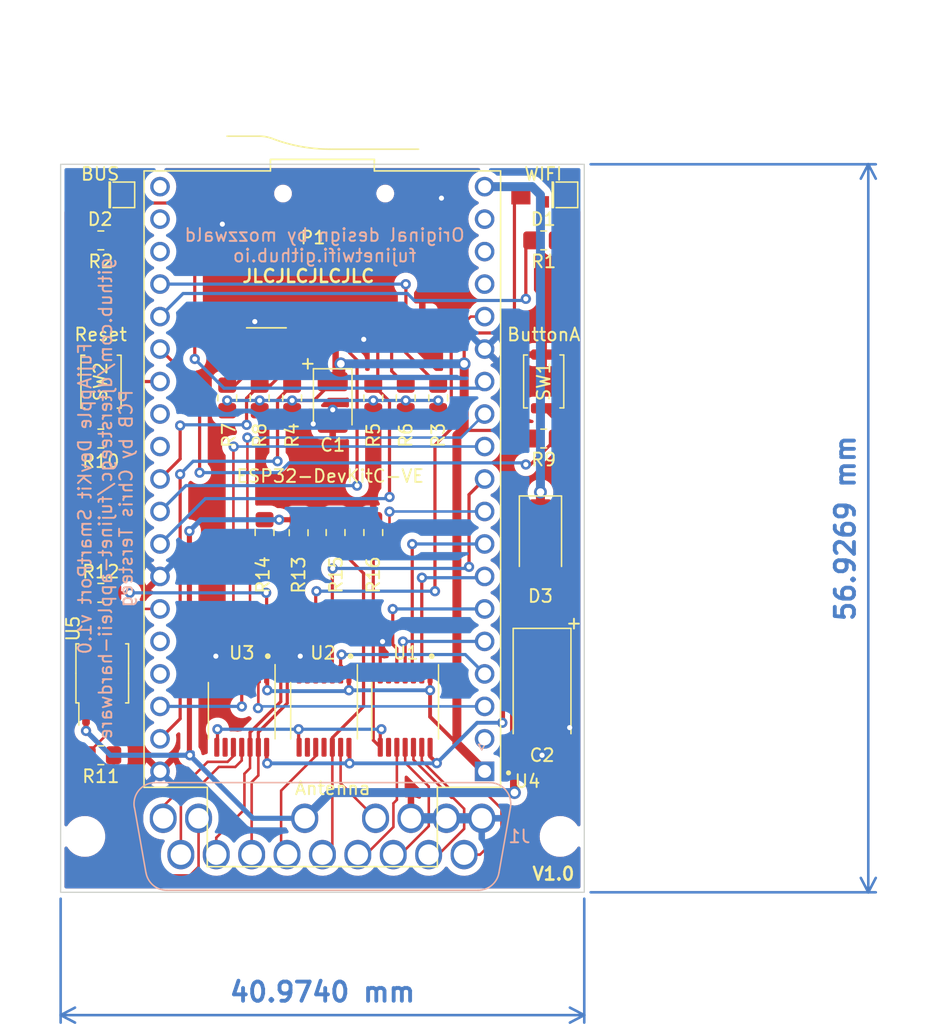
<source format=kicad_pcb>
(kicad_pcb (version 20221018) (generator pcbnew)
  (title_block (title "FujiApple DevKit SmartPort ") (date "2024-01-03") (rev "1.0") (company "Chris Tersteeg"))
  (layers (0 "F.Cu" signal) (31 "B.Cu" signal) (34 "B.Paste" user) (35 "F.Paste" user) (36 "B.SilkS" user "B.Silkscreen") (37 "F.SilkS" user "F.Silkscreen") (38 "B.Mask" user) (39 "F.Mask" user) (44 "Edge.Cuts" user))
  (net 0 "")
  (net 1 "Net-(D1-K)")
  (net 2 "GND")
  (net 3 "Net-(D2-K)")
  (net 4 "Net-(P1-DAT2)")
  (net 5 "+5V")
  (net 6 "/IO5{slash}SPI_CS")
  (net 7 "/IO23{slash}SPI_MOSI")
  (net 8 "/IO12{slash}BUS_LED")
  (net 9 "/IO18{slash}SPI_CLK")
  (net 10 "/IO19{slash}SPI_MISO")
  (net 11 "+3.3V")
  (net 12 "Net-(P1-DAT1)")
  (net 13 "/A2_EN3.5")
  (net 14 "/DRIVE2")
  (net 15 "/A2_WPROT")
  (net 16 "/A2_PH0")
  (net 17 "/IO0")
  (net 18 "/A2_PH1")
  (net 19 "/A2_PH2")
  (net 20 "/A2_PH3")
  (net 21 "/A2_WREQ")
  (net 23 "/A2_HDSEL")
  (net 25 "/A2_DRIVE1")
  (net 33 "/A2_RD_DATA")
  (net 34 "/A2_WR_DATA")
  (net 35 "/IO15{slash}CD")
  (net 36 "/IO2{slash}WIFI_LED")
  (net 37 "/IO4{slash}SAFE_RESET")
  (net 38 "/IO21{slash}DRV2")
  (net 39 "/IO25{slash}BUF_EN")
  (net 40 "/IO32{slash}PH0{slash}REQ")
  (net 41 "/IO33{slash}PH1")
  (net 42 "/IO34{slash}PH2")
  (net 43 "/IO35{slash}PH3")
  (net 52 "/IO39{slash}EN3.5")
  (net 55 "/IO26{slash}WREQ")
  (net 56 "/IO13{slash}HDSEL")
  (net 57 "/IO36{slash}DRIVE1")
  (net 58 "/IO14{slash}RDDATA")
  (net 59 "/IO22{slash}WRDATA")
  (net 60 "/IO27{slash}WRPROT{slash}ACK")
  (net 61 "Net-(R11-Pad2)")
  (net 62 "/A2_5V")
  (footprint "Resistor_SMD:R_0805_2012Metric_Pad1.20x1.40mm_HandSolder" (layer "F.Cu") (at 137.43 109.22)
    (fp_text reference "R12")
    (fp_text value "10K")
  )
  (footprint "Diode_SMD:D_SMA" (layer "F.Cu") (at 171.831 105.156 -90)
    (fp_text reference "D3")
    (fp_text value "B140-E3")
  )
  (footprint "Capacitor_Tantalum_SMD:CP_EIA-3528-15_AVX-H_Pad1.50x2.35mm_HandSolder" (layer "F.Cu") (at 155.575 94.335 -90)
    (fp_text reference "C1")
    (fp_text value "47uF 10v")
  )
  (footprint "Resistor_SMD:R_0805_2012Metric_Pad1.20x1.40mm_HandSolder" (layer "F.Cu") (at 152.4 93.98 -90)
    (fp_text reference "R4")
    (fp_text value "10K")
  )
  (footprint "Resistor_SMD:R_0805_2012Metric_Pad1.20x1.40mm_HandSolder" (layer "F.Cu") (at 137.43 81.661 180)
    (fp_text reference "R2")
    (fp_text value "1.2K")
  )
  (footprint "Package_SO:TSSOP-14_4.4x5mm_P0.65mm" (layer "F.Cu") (at 148.455001 118.435001 -90)
    (fp_text reference "U3")
    (fp_text value "LSF0204DPWR")
  )
  (footprint "Resistor_SMD:R_0805_2012Metric_Pad1.20x1.40mm_HandSolder" (layer "F.Cu") (at 137.43 121.92 180)
    (fp_text reference "R11")
    (fp_text value "270R")
  )
  (footprint "Package_SO:TSSOP-14_4.4x5mm_P0.65mm" (layer "F.Cu") (at 154.895001 118.435001 -90)
    (fp_text reference "U2")
    (fp_text value "LSF0204DPWR")
  )
  (footprint "Resistor_SMD:R_0805_2012Metric_Pad1.20x1.40mm_HandSolder" (layer "F.Cu") (at 147.32 93.98 -90)
    (fp_text reference "R7")
    (fp_text value "10K")
  )
  (footprint "Resistor_SMD:R_0805_2012Metric_Pad1.20x1.40mm_HandSolder" (layer "F.Cu") (at 172.085 97.155 180)
    (fp_text reference "R9")
    (fp_text value "10K")
  )
  (footprint "Resistor_SMD:R_0805_2012Metric_Pad1.20x1.40mm_HandSolder" (layer "F.Cu") (at 158.75 93.98 -90)
    (fp_text reference "R5")
    (fp_text value "10K")
  )
  (footprint "Resistor_SMD:R_0805_2012Metric_Pad1.20x1.40mm_HandSolder" (layer "F.Cu") (at 137.43 97.155)
    (fp_text reference "R10")
    (fp_text value "10K")
  )
  (footprint "Resistor_SMD:R_0805_2012Metric_Pad1.20x1.40mm_HandSolder" (layer "F.Cu") (at 155.8 104.505 90)
    (fp_text reference "R15")
    (fp_text value "1K")
  )
  (footprint "Resistor_SMD:R_0805_2012Metric_Pad1.20x1.40mm_HandSolder" (layer "F.Cu") (at 149.86 93.98 -90)
    (fp_text reference "R8")
    (fp_text value "10K")
  )
  (footprint "ESP32-DEVKITC-32U:MODULE_ESP32-DEVKITC-32U" (layer "F.Cu") (at 154.7622 100.33 180)
    (fp_text reference "U4")
    (fp_text value "ESP32-DevKitC-VE")
  )
  (footprint "Package_SO:TSSOP-14_4.4x5mm_P0.65mm" (layer "F.Cu") (at 161.245001 118.435001 -90)
    (fp_text reference "U1")
    (fp_text value "LSF0204DPWR")
  )
  (footprint "Resistor_SMD:R_0805_2012Metric_Pad1.20x1.40mm_HandSolder" (layer "F.Cu") (at 158.75 104.505 90)
    (fp_text reference "R16")
    (fp_text value "10K")
  )
  (footprint "Capacitor_Tantalum_SMD:CP_EIA-7343-30_AVX-N_Pad2.25x2.55mm_HandSolder" (layer "F.Cu") (at 171.958 116.586 -90)
    (fp_text reference "C2")
    (fp_text value "47uF 10v")
  )
  (footprint "Resistor_SMD:R_0805_2012Metric_Pad1.20x1.40mm_HandSolder" (layer "F.Cu") (at 152.908 104.521 90)
    (fp_text reference "R13")
    (fp_text value "1K")
  )
  (footprint "Button_Switch_SMD:SW_Push_SPST_NO_Alps_SKRK" (layer "F.Cu") (at 137.4454 92.71 90)
    (fp_text reference "SW2")
    (fp_text value "Reset")
  )
  (footprint "Resistor_SMD:R_0805_2012Metric_Pad1.20x1.40mm_HandSolder" (layer "F.Cu") (at 161.29 93.98 -90)
    (fp_text reference "R6")
    (fp_text value "10K")
  )
  (footprint "Resistor_SMD:R_0805_2012Metric_Pad1.20x1.40mm_HandSolder" (layer "F.Cu") (at 172.085 81.661 180)
    (fp_text reference "R1")
    (fp_text value "1K")
  )
  (footprint "Resistor_SMD:R_0805_2012Metric_Pad1.20x1.40mm_HandSolder" (layer "F.Cu") (at 163.83 93.98 -90)
    (fp_text reference "R3")
    (fp_text value "10K")
  )
  (footprint "Button_Switch_SMD:SW_Push_SPST_NO_Alps_SKRK" (layer "F.Cu") (at 172.085 92.6906 90)
    (fp_text reference "SW1")
    (fp_text value "ButtonA")
  )
  (footprint "Package_SO:SO-4_4.4x3.9mm_P2.54mm" (layer "F.Cu") (at 137.541 115.518 90)
    (fp_text reference "U5")
    (fp_text value "SFH690AT")
  )
  (footprint "Tersteeg:1204 Side Emitting LED" (layer "F.Cu") (at 172.05 78.1)
    (fp_text reference "D1")
    (fp_text value "WIFI")
  )
  (footprint "ST-TF-003A:SUNTECH_ST-TF-003A" (layer "F.Cu") (at 156.0068 83.17 180)
    (fp_text reference "P1")
    (fp_text value "ST-TF-003A")
  )
  (footprint "Resistor_SMD:R_0805_2012Metric_Pad1.20x1.40mm_HandSolder" (layer "F.Cu") (at 150.241 104.505 90)
    (fp_text reference "R14")
    (fp_text value "1K")
  )
  (footprint "Tersteeg:1204 Side Emitting LED" (layer "F.Cu") (at 137.379 78.1)
    (fp_text reference "D2")
    (fp_text value "BUS")
  )
  (footprint "Tersteeg:DSUB-19_Male_Vertical_P2.77x2.84mm_Narrow_MountingHoles_Full_Pins" (layer "B.Cu") (at 167.238 126.85 180)
    (fp_text reference "J1")
    (fp_text value "DB19_Plug")
  )
  (gr_circle (center 163.322 114.173) (end 163.472 114.173) (stroke (width 0.15)) (fill solid) (layer "F.SilkS"))
  (gr_circle (center 156.972 114.173) (end 157.122 114.173) (stroke (width 0.15)) (fill solid) (layer "F.SilkS"))
  (gr_circle (center 150.495 114.173) (end 150.645 114.173) (stroke (width 0.15)) (fill solid) (layer "F.SilkS"))
  (gr_rect (start 134.286 75.7102) (end 175.26 132.6371) (stroke (width 0.1)) (fill none) (layer "Edge.Cuts"))
  (gr_text "FujiApple DevKit SmartPort v1.0\ngithub.com/djtersteegc/fujinet-appleii-hardware\nPCB by Chris Tersteeg" (at 137.795 101.854 90) (layer "B.SilkS") (effects (font (size 1 1)) (justify mirror)))
  (gr_text "Original design by mozzwald\nfujinetwifi.github.io" (at 154.94 83.439) (layer "B.SilkS") (effects (font (size 1 1)) (justify bottom mirror)))
  (gr_text "+" (at 152.908 91.821) (layer "F.SilkS") (effects (font (size 1 1)) (justify left bottom)))
  (gr_text "JLCJLCJLCJLC" (at 153.67 84.455) (layer "F.SilkS") (effects (font (size 1 1) (thickness 0.2))))
  (gr_text "+" (at 173.736 112.141) (layer "F.SilkS") (effects (font (size 1 1)) (justify left bottom)))
  (gr_text "Antenna" (at 152.527 125.095) (layer "F.SilkS") (effects (font (size 1 1)) (justify left bottom)))
  (gr_text "V1.0" (at 172.847 131.191) (layer "F.SilkS") (effects (font (size 1 1) (thickness 0.2))))
  (dimension (type aligned) (layer "B.Cu") (pts (xy 175.26 75.7102) (xy 175.26 132.6371)) (height -22.225) (gr_text "56.9269 mm" (at 195.685 104.17365 90) (layer "B.Cu") (effects (font (size 1.5 1.5) (thickness 0.3)))) (format (prefix "") (suffix "") (units 3) (units_format 1) (precision 4)) (style (thickness 0.2) (arrow_length 1.27) (text_position_mode 0) (extension_height 0.58642) (extension_offset 0.5) keep_text_aligned))
  (dimension (type aligned) (layer "B.Cu") (pts (xy 134.286 132.6371) (xy 175.26 132.6371)) (height 9.6029) (gr_text "40.9740 mm" (at 154.773 140.44) (layer "B.Cu") (effects (font (size 1.5 1.5) (thickness 0.3)))) (format (prefix "") (suffix "") (units 3) (units_format 1) (precision 4)) (style (thickness 0.2) (arrow_length 1.27) (text_position_mode 0) (extension_height 0.58642) (extension_offset 0.5) keep_text_aligned))
  (segment (start 173.085 81.661) (end 173.835 80.911) (width 0.25) (layer "F.Cu") (net 1))
  (segment (start 173.835 80.911) (end 173.835 78.135) (width 0.25) (layer "F.Cu") (net 1))
  (segment (start 159.295002 113.209498) (end 159.4745 113.03) (width 0.25) (layer "F.Cu") (net 2))
  (segment (start 152.945002 114.262998) (end 153.035 114.173) (width 0.25) (layer "F.Cu") (net 2))
  (segment (start 155.575 94.904) (end 155.575 95.96) (width 0.5) (layer "F.Cu") (net 2))
  (segment (start 146.505002 115.585002) (end 146.505002 114.247002) (width 0.25) (layer "F.Cu") (net 2))
  (segment (start 152.945002 115.585002) (end 152.945002 114.262998) (width 0.25) (layer "F.Cu") (net 2))
  (segment (start 146.505002 114.247002) (end 146.431 114.173) (width 0.25) (layer "F.Cu") (net 2))
  (segment (start 159.295002 115.585002) (end 159.295002 113.209498) (width 0.25) (layer "F.Cu") (net 2))
  (segment (start 154.051 96.012) (end 155.523 96.012) (width 0.5) (layer "F.Cu") (net 2))
  (segment (start 158.003 89.4) (end 158.003 88.7162) (width 0.5) (layer "F.Cu") (net 2))
  (via (at 153.035 114.173) (size 0.8) (drill 0.4) (layers "F.Cu" "B.Cu") (net 2))
  (via (at 164.084 78.359) (size 0.8) (drill 0.4) (layers "F.Cu" "B.Cu") (net 2))
  (via (at 159.4745 113.03) (size 0.8) (drill 0.4) (layers "F.Cu" "B.Cu") (net 2))
  (via (at 158.003 89.4) (size 0.8) (drill 0.4) (layers "F.Cu" "B.Cu") (net 2))
  (via (at 171.958 121.92) (size 0.8) (drill 0.4) (layers "F.Cu" "B.Cu") (net 2))
  (via (at 174.117 119.761) (size 0.8) (drill 0.4) (layers "F.Cu" "B.Cu") (net 2))
  (via (at 146.431 114.173) (size 0.8) (drill 0.4) (layers "F.Cu" "B.Cu") (net 2))
  (via (at 149.479 88.011) (size 0.8) (drill 0.4) (layers "F.Cu" "B.Cu") (net 2))
  (via (at 146.939 80.391) (size 0.8) (drill 0.4) (layers "F.Cu" "B.Cu") (net 2))
  (via (at 154.051 96.012) (size 0.8) (drill 0.4) (layers "F.Cu" "B.Cu") (net 2))
  (via (at 155.575 94.904) (size 0.8) (drill 0.4) (layers "F.Cu" "B.Cu") (net 2))
  (segment (start 161.698 126.85) (end 167.238 126.85) (width 0.8) (layer "B.Cu") (net 2))
  (segment (start 139.164 80.927) (end 139.164 77.731502) (width 0.25) (layer "F.Cu") (net 3))
  (segment (start 138.43 81.661) (end 139.164 80.927) (width 0.25) (layer "F.Cu") (net 3))
  (segment (start 147.32 92.98) (end 147.939 92.98) (width 0.25) (layer "F.Cu") (net 4))
  (segment (start 152.219 88.7) (end 152.4868 88.7) (width 0.25) (layer "F.Cu") (net 4))
  (segment (start 147.939 92.98) (end 152.219 88.7) (width 0.25) (layer "F.Cu") (net 4))
  (segment (start 168.91 115.14434) (end 169.799 114.25534) (width 0.3) (layer "F.Cu") (net 5))
  (segment (start 171.831 101.346) (end 171.831 103.156) (width 0.7) (layer "F.Cu") (net 5))
  (segment (start 156.894501 122.555) (end 156.894501 121.334499) (width 0.3) (layer "F.Cu") (net 5))
  (segment (start 150.405002 122.505501) (end 150.454501 122.555) (width 0.3) (layer "F.Cu") (net 5))
  (segment (start 150.405002 121.285) (end 150.405002 122.505501) (width 0.3) (layer "F.Cu") (net 5))
  (segment (start 168.8495 119.38) (end 168.91 119.3195) (width 0.3) (layer "F.Cu") (net 5))
  (segment (start 163.195002 122.012884) (end 163.195002 121.285) (width 0.3) (layer "F.Cu") (net 5))
  (segment (start 163.720059 122.537941) (end 163.195002 122.012884) (width 0.3) (layer "F.Cu") (net 5))
  (segment (start 169.799 114.25534) (end 169.799 105.188) (width 0.3) (layer "F.Cu") (net 5))
  (segment (start 168.91 119.3195) (end 168.91 115.14434) (width 0.3) (layer "F.Cu") (net 5))
  (segment (start 169.799 105.188) (end 171.831 103.156) (width 0.3) (layer "F.Cu") (net 5))
  (via (at 163.720059 122.537941) (size 0.8) (drill 0.4) (layers "F.Cu" "B.Cu") (net 5))
  (via (at 171.831 101.346) (size 1) (drill 0.6) (layers "F.Cu" "B.Cu") (net 5))
  (via (at 150.454501 122.555) (size 0.8) (drill 0.4) (layers "F.Cu" "B.Cu") (net 5))
  (via (at 156.894501 122.555) (size 0.8) (drill 0.4) (layers "F.Cu" "B.Cu") (net 5))
  (via (at 168.8495 119.38) (size 0.8) (drill 0.4) (layers "F.Cu" "B.Cu") (net 5))
  (segment (start 171.831 78.105) (end 171.831 100.076) (width 0.7) (layer "B.Cu") (net 5))
  (segment (start 167.4622 77.46) (end 171.186 77.46) (width 0.7) (layer "B.Cu") (net 5))
  (segment (start 171.831 100.076) (end 171.831 101.346) (width 0.7) (layer "B.Cu") (net 5))
  (segment (start 150.454501 122.555) (end 156.894501 122.555) (width 0.3) (layer "B.Cu") (net 5))
  (segment (start 156.894501 122.555) (end 163.703 122.555) (width 0.3) (layer "B.Cu") (net 5))
  (segment (start 171.186 77.46) (end 171.831 78.105) (width 0.7) (layer "B.Cu") (net 5))
  (segment (start 166.878 119.38) (end 163.720059 122.537941) (width 0.3) (layer "B.Cu") (net 5))
  (segment (start 163.703 122.555) (end 163.720059 122.537941) (width 0.3) (layer "B.Cu") (net 5))
  (segment (start 168.8495 119.38) (end 166.878 119.38) (width 0.3) (layer "B.Cu") (net 5))
  (segment (start 148.835 94.005) (end 148.835 96.077105) (width 0.25) (layer "F.Cu") (net 6))
  (segment (start 143.637 96.139) (end 143.637 98.7452) (width 0.25) (layer "F.Cu") (net 6))
  (segment (start 143.637 98.7452) (end 142.0622 100.32) (width 0.25) (layer "F.Cu") (net 6))
  (segment (start 148.835 96.077105) (end 148.840655 96.08276) (width 0.25) (layer "F.Cu") (net 6))
  (segment (start 153.5868 90.1162) (end 153.5868 88.7) (width 0.25) (layer "F.Cu") (net 6))
  (segment (start 149.86 92.98) (end 148.835 94.005) (width 0.25) (layer "F.Cu") (net 6))
  (segment (start 150.723 92.98) (end 153.5868 90.1162) (width 0.25) (layer "F.Cu") (net 6))
  (segment (start 149.86 92.98) (end 150.723 92.98) (width 0.25) (layer "F.Cu") (net 6))
  (via (at 143.637 96.139) (size 0.8) (drill 0.4) (layers "F.Cu" "B.Cu") (net 6))
  (via (at 148.840655 96.08276) (size 0.8) (drill 0.4) (layers "F.Cu" "B.Cu") (net 6))
  (segment (start 148.840655 96.08276) (end 143.69324 96.08276) (width 0.25) (layer "B.Cu") (net 6))
  (segment (start 143.69324 96.08276) (end 143.637 96.139) (width 0.25) (layer "B.Cu") (net 6))
  (segment (start 154.6868 90.6932) (end 154.6868 88.7) (width 0.25) (layer "F.Cu") (net 7))
  (segment (start 152.4 92.98) (end 154.6868 90.6932) (width 0.25) (layer "F.Cu") (net 7))
  (segment (start 152.4 92.98) (end 151.257 94.123) (width 0.25) (layer "F.Cu") (net 7))
  (segment (start 143.637 99.949) (end 143.637 119.0652) (width 0.25) (layer "F.Cu") (net 7))
  (segment (start 143.637 119.0652) (end 142.0622 120.64) (width 0.25) (layer "F.Cu") (net 7))
  (segment (start 151.257 94.123) (end 151.257 98.933) (width 0.25) (layer "F.Cu") (net 7))
  (via (at 143.637 99.949) (size 0.8) (drill 0.4) (layers "F.Cu" "B.Cu") (net 7))
  (via (at 151.257 98.933) (size 0.8) (drill 0.4) (layers "F.Cu" "B.Cu") (net 7))
  (segment (start 151.257 98.933) (end 144.653 98.933) (width 0.25) (layer "B.Cu") (net 7))
  (segment (start 144.653 98.933) (end 143.637 99.949) (width 0.25) (layer "B.Cu") (net 7))
  (segment (start 140.081 76.581) (end 137.119302 76.581) (width 0.25) (layer "F.Cu") (net 8))
  (segment (start 137.119302 76.581) (end 135.664 78.036302) (width 0.25) (layer "F.Cu") (net 8))
  (segment (start 144.78 90.932) (end 144.78 79.883) (width 0.25) (layer "F.Cu") (net 8))
  (segment (start 143.637 78.74) (end 141.2875 78.74) (width 0.25) (layer "F.Cu") (net 8))
  (segment (start 140.589 77.089) (end 140.081 76.581) (width 0.25) (layer "F.Cu") (net 8))
  (segment (start 144.78 79.883) (end 143.637 78.74) (width 0.25) (layer "F.Cu") (net 8))
  (segment (start 140.589 78.0415) (end 140.589 77.089) (width 0.25) (layer "F.Cu") (net 8))
  (segment (start 141.2875 78.74) (end 140.589 78.0415) (width 0.25) (layer "F.Cu") (net 8))
  (via (at 144.78 90.932) (size 0.8) (drill 0.4) (layers "F.Cu" "B.Cu") (net 8))
  (segment (start 167.4622 92.7) (end 166.9442 93.218) (width 0.25) (layer "B.Cu") (net 8))
  (segment (start 166.9442 93.218) (end 147.066 93.218) (width 0.25) (layer "B.Cu") (net 8))
  (segment (start 147.066 93.218) (end 144.78 90.932) (width 0.25) (layer "B.Cu") (net 8))
  (segment (start 156.8868 90.4338) (end 157.48 91.027) (width 0.25) (layer "F.Cu") (net 9))
  (segment (start 157.48 91.027) (end 157.48 100.838) (width 0.25) (layer "F.Cu") (net 9))
  (segment (start 156.8868 88.7) (end 156.8868 90.4338) (width 0.25) (layer "F.Cu") (net 9))
  (via (at 157.48 100.838) (size 0.8) (drill 0.4) (layers "F.Cu" "B.Cu") (net 9))
  (segment (start 157.48 100.838) (end 144.0842 100.838) (width 0.25) (layer "B.Cu") (net 9))
  (segment (start 144.0842 100.838) (end 142.0622 102.86) (width 0.25) (layer "B.Cu") (net 9))
  (segment (start 160.02 101.727) (end 160.02 94.25) (width 0.25) (layer "F.Cu") (net 10))
  (segment (start 159.103 92.627) (end 159.103 88.7162) (width 0.25) (layer "F.Cu") (net 10))
  (segment (start 160.02 94.25) (end 158.75 92.98) (width 0.25) (layer "F.Cu") (net 10))
  (via (at 160.02 101.727) (size 0.8) (drill 0.4) (layers "F.Cu" "B.Cu") (net 10))
  (segment (start 159.893 101.854) (end 145.6082 101.854) (width 0.25) (layer "B.Cu") (net 10))
  (segment (start 160.02 101.727) (end 159.893 101.854) (width 0.25) (layer "B.Cu") (net 10))
  (segment (start 145.6082 101.854) (end 142.0622 105.4) (width 0.25) (layer "B.Cu") (net 10))
  (segment (start 156.21 92.075) (end 155.575 92.71) (width 0.7) (layer "F.Cu") (net 11))
  (segment (start 165.862 96.331594) (end 166.050406 96.52) (width 0.25) (layer "F.Cu") (net 11))
  (segment (start 165.862 91.313) (end 165.862 89.662) (width 0.25) (layer "F.Cu") (net 11))
  (segment (start 156.845 116.84) (end 156.845002 116.839998) (width 0.3) (layer "F.Cu") (net 11))
  (segment (start 170.45 96.52) (end 171.085 97.155) (width 0.25) (layer "F.Cu") (net 11))
  (segment (start 163.83 94.1795) (end 163.83 94.98) (width 0.25) (layer "F.Cu") (net 11))
  (segment (start 163.195 118.9128) (end 163.195 116.84) (width 0.3) (layer "F.Cu") (net 11))
  (segment (start 166.050406 96.52) (end 170.45 96.52) (width 0.25) (layer "F.Cu") (net 11))
  (segment (start 163.195002 116.839998) (end 163.195 116.84) (width 0.3) (layer "F.Cu") (net 11))
  (segment (start 154.1055 94.1795) (end 155.575 92.71) (width 0.25) (layer "F.Cu") (net 11))
  (segment (start 150.405002 109.257002) (end 150.405002 115.585002) (width 0.25) (layer "F.Cu") (net 11))
  (segment (start 167.4622 123.18) (end 165.293 121.0108) (width 0.7) (layer "F.Cu") (net 11))
  (segment (start 166.624 88.9) (end 168.529 88.9) (width 0.25) (layer "F.Cu") (net 11))
  (segment (start 150.368 109.22) (end 150.405002 109.257002) (width 0.25) (layer "F.Cu") (net 11))
  (segment (start 149.86 94.1795) (end 149.86 94.98) (width 0.25) (layer "F.Cu") (net 11))
  (segment (start 138.43 109.22) (end 139.7 109.22) (width 0.25) (layer "F.Cu") (net 11))
  (segment (start 147.32 94.98) (end 147.32 94.1795) (width 0.25) (layer "F.Cu") (net 11))
  (segment (start 168.529 88.9) (end 169.795 87.634) (width 0.25) (layer "F.Cu") (net 11))
  (segment (start 155.803 88.7162) (end 155.803 92.482) (width 0.5) (layer "F.Cu") (net 11))
  (segment (start 156.21 91.313) (end 156.21 92.075) (width 0.7) (layer "F.Cu") (net 11))
  (segment (start 169.795 87.634) (end 169.795 78.605) (width 0.25) (layer "F.Cu") (net 11))
  (segment (start 152.4 94.1795) (end 154.1055 94.1795) (width 0.25) (layer "F.Cu") (net 11))
  (segment (start 156.845002 116.839998) (end 156.845002 115.585002) (width 0.3) (layer "F.Cu") (net 11))
  (segment (start 158.75 94.1795) (end 158.75 94.98) (width 0.25) (layer "F.Cu") (net 11))
  (segment (start 161.29 94.1795) (end 161.29 94.98) (width 0.25) (layer "F.Cu") (net 11))
  (segment (start 165.862 89.662) (end 166.624 88.9) (width 0.25) (layer "F.Cu") (net 11))
  (segment (start 150.454501 116.84) (end 150.454501 115.634501) (width 0.3) (layer "F.Cu") (net 11))
  (segment (start 138.43 109.22) (end 138.43 97.155) (width 0.25) (layer "F.Cu") (net 11))
  (segment (start 165.293 96.900594) (end 165.862 96.331594) (width 0.7) (layer "F.Cu") (net 11))
  (segment (start 165.862 96.331594) (end 165.862 91.313) (width 0.7) (layer "F.Cu") (net 11))
  (segment (start 163.195002 115.585002) (end 163.195002 116.839998) (width 0.3) (layer "F.Cu") (net 11))
  (segment (start 167.4622 123.18) (end 163.195 118.9128) (width 0.3) (layer "F.Cu") (net 11))
  (segment (start 165.293 121.0108) (end 165.293 96.900594) (width 0.7) (layer "F.Cu") (net 11))
  (segment (start 152.4 94.1795) (end 152.4 94.98) (width 0.25) (layer "F.Cu") (net 11))
  (via (at 161.29 94.1795) (size 0.8) (drill 0.4) (layers "F.Cu" "B.Cu") (net 11))
  (via (at 152.4 94.1795) (size 0.8) (drill 0.4) (layers "F.Cu" "B.Cu") (net 11))
  (via (at 163.83 94.1795) (size 0.8) (drill 0.4) (layers "F.Cu" "B.Cu") (net 11))
  (via (at 139.7 109.22) (size 0.8) (drill 0.4) (layers "F.Cu" "B.Cu") (net 11))
  (via (at 147.32 94.1795) (size 0.8) (drill 0.4) (layers "F.Cu" "B.Cu") (net 11))
  (via (at 165.862 91.313) (size 1) (drill 0.6) (layers "F.Cu" "B.Cu") (net 11))
  (via (at 163.195 116.84) (size 0.8) (drill 0.4) (layers "F.Cu" "B.Cu") (net 11))
  (via (at 156.845 116.84) (size 0.8) (drill 0.4) (layers "F.Cu" "B.Cu") (net 11))
  (via (at 150.454501 116.84) (size 0.8) (drill 0.4) (layers "F.Cu" "B.Cu") (net 11))
  (via (at 150.368 109.22) (size 0.8) (drill 0.4) (layers "F.Cu" "B.Cu") (net 11))
  (via (at 158.75 94.1795) (size 0.8) (drill 0.4) (layers "F.Cu" "B.Cu") (net 11))
  (via (at 156.21 91.313) (size 1) (drill 0.6) (layers "F.Cu" "B.Cu") (net 11))
  (via (at 149.86 94.1795) (size 0.8) (drill 0.4) (layers "F.Cu" "B.Cu") (net 11))
  (segment (start 139.7 109.22) (end 150.368 109.22) (width 0.25) (layer "B.Cu") (net 11))
  (segment (start 152.4 94.1795) (end 158.75 94.1795) (width 0.25) (layer "B.Cu") (net 11))
  (segment (start 158.75 94.1795) (end 161.29 94.1795) (width 0.25) (layer "B.Cu") (net 11))
  (segment (start 161.29 94.1795) (end 163.83 94.1795) (width 0.25) (layer "B.Cu") (net 11))
  (segment (start 147.32 94.1795) (end 149.86 94.1795) (width 0.25) (layer "B.Cu") (net 11))
  (segment (start 149.86 94.1795) (end 152.4 94.1795) (width 0.25) (layer "B.Cu") (net 11))
  (segment (start 156.778049 116.906951) (end 156.845 116.84) (width 0.3) (layer "B.Cu") (net 11))
  (segment (start 165.862 91.313) (end 156.21 91.313) (width 0.7) (layer "B.Cu") (net 11))
  (segment (start 150.454501 116.84) (end 150.521452 116.906951) (width 0.3) (layer "B.Cu") (net 11))
  (segment (start 150.521452 116.906951) (end 156.778049 116.906951) (width 0.3) (layer "B.Cu") (net 11))
  (segment (start 156.845 116.84) (end 163.195 116.84) (width 0.3) (layer "B.Cu") (net 11))
  (segment (start 160.1868 91.8768) (end 160.1868 88.7) (width 0.25) (layer "F.Cu") (net 12))
  (segment (start 161.29 92.98) (end 160.1868 91.8768) (width 0.25) (layer "F.Cu") (net 12))
  (segment (start 156.195001 124.117001) (end 156.195001 121.285) (width 0.2) (layer "F.Cu") (net 13))
  (segment (start 158.928 126.85) (end 156.195001 124.117001) (width 0.2) (layer "F.Cu") (net 13))
  (segment (start 145.078 130.639) (end 144.399 131.318) (width 0.2) (layer "F.Cu") (net 14))
  (segment (start 138.43 127) (end 138.43 121.92) (width 0.2) (layer "F.Cu") (net 14))
  (segment (start 145.078 126.85) (end 145.078 130.639) (width 0.2) (layer "F.Cu") (net 14))
  (segment (start 142.748 131.318) (end 138.43 127) (width 0.2) (layer "F.Cu") (net 14))
  (segment (start 144.399 131.318) (end 142.748 131.318) (width 0.2) (layer "F.Cu") (net 14))
  (segment (start 145.789 122.435) (end 147.351752 122.435) (width 0.2) (layer "F.Cu") (net 15))
  (segment (start 147.805002 121.98175) (end 147.805002 121.285) (width 0.2) (layer "F.Cu") (net 15))
  (segment (start 142.308 125.916) (end 145.789 122.435) (width 0.2) (layer "F.Cu") (net 15))
  (segment (start 147.351752 122.435) (end 147.805002 121.98175) (width 0.2) (layer "F.Cu") (net 15))
  (segment (start 165.033874 124.841) (end 162.545001 122.352127) (width 0.2) (layer "F.Cu") (net 16))
  (segment (start 168.783 128.01) (end 168.783 126.111) (width 0.2) (layer "F.Cu") (net 16))
  (segment (start 167.513 124.841) (end 165.033874 124.841) (width 0.2) (layer "F.Cu") (net 16))
  (segment (start 167.103 129.69) (end 168.783 128.01) (width 0.2) (layer "F.Cu") (net 16))
  (segment (start 162.545001 122.352127) (end 162.545001 121.285) (width 0.2) (layer "F.Cu") (net 16))
  (segment (start 168.783 126.111) (end 167.513 124.841) (width 0.2) (layer "F.Cu") (net 16))
  (segment (start 165.853 129.69) (end 167.103 129.69) (width 0.2) (layer "F.Cu") (net 16))
  (segment (start 171.053 99.187) (end 173.085 97.155) (width 0.25) (layer "F.Cu") (net 17))
  (segment (start 145.161 99.822) (end 145.161 93.2588) (width 0.25) (layer "F.Cu") (net 17))
  (segment (start 173.085 95.7906) (end 172.085 94.7906) (width 0.25) (layer "F.Cu") (net 17))
  (segment (start 170.688 99.187) (end 171.053 99.187) (width 0.25) (layer "F.Cu") (net 17))
  (segment (start 145.161 93.2588) (end 142.0622 90.16) (width 0.25) (layer "F.Cu") (net 17))
  (segment (start 173.085 97.155) (end 173.085 95.7906) (width 0.25) (layer "F.Cu") (net 17))
  (via (at 170.688 99.187) (size 0.8) (drill 0.4) (layers "F.Cu" "B.Cu") (net 17))
  (via (at 145.161 99.822) (size 0.8) (drill 0.4) (layers "F.Cu" "B.Cu") (net 17))
  (segment (start 151.393305 99.822) (end 145.161 99.822) (width 0.25) (layer "B.Cu") (net 17))
  (segment (start 152.155305 99.06) (end 151.393305 99.822) (width 0.25) (layer "B.Cu") (net 17))
  (segment (start 170.561 99.06) (end 152.155305 99.06) (width 0.25) (layer "B.Cu") (net 17))
  (segment (start 170.688 99.187) (end 170.561 99.06) (width 0.25) (layer "B.Cu") (net 17))
  (segment (start 164.868188 125.241) (end 161.895002 122.267814) (width 0.2) (layer "F.Cu") (net 18))
  (segment (start 163.843812 129.69) (end 165.862 127.671812) (width 0.2) (layer "F.Cu") (net 18))
  (segment (start 165.862 127.671812) (end 165.862 126.111) (width 0.2) (layer "F.Cu") (net 18))
  (segment (start 161.895002 122.267814) (end 161.895002 121.285) (width 0.2) (layer "F.Cu") (net 18))
  (segment (start 164.992 125.241) (end 164.868188 125.241) (width 0.2) (layer "F.Cu") (net 18))
  (segment (start 165.862 126.111) (end 164.992 125.241) (width 0.2) (layer "F.Cu") (net 18))
  (segment (start 161.245001 122.510001) (end 161.245001 121.285) (width 0.2) (layer "F.Cu") (net 19))
  (segment (start 163.0934 127.463788) (end 163.0934 124.3584) (width 0.2) (layer "F.Cu") (net 19))
  (segment (start 163.0934 124.3584) (end 161.245001 122.510001) (width 0.2) (layer "F.Cu") (net 19))
  (segment (start 160.867188 129.69) (end 163.0934 127.463788) (width 0.2) (layer "F.Cu") (net 19))
  (segment (start 160.3248 127.5334) (end 160.3248 125.6792) (width 0.2) (layer "F.Cu") (net 20))
  (segment (start 160.3248 125.6792) (end 160.595002 125.408998) (width 0.2) (layer "F.Cu") (net 20))
  (segment (start 160.595002 125.408998) (end 160.595002 121.285) (width 0.2) (layer "F.Cu") (net 20))
  (segment (start 158.1682 129.69) (end 160.3248 127.5334) (width 0.2) (layer "F.Cu") (net 20))
  (segment (start 155.8 105.505) (end 157.988 107.693) (width 0.25) (layer "F.Cu") (net 21))
  (segment (start 157.988 107.693) (end 157.988 118.109894) (width 0.25) (layer "F.Cu") (net 21))
  (segment (start 154.773 129.69) (end 155.545002 128.917998) (width 0.2) (layer "F.Cu") (net 21))
  (segment (start 155.545002 120.552892) (end 155.545002 121.285) (width 0.25) (layer "F.Cu") (net 21))
  (segment (start 157.988 118.109894) (end 155.545002 120.552892) (width 0.25) (layer "F.Cu") (net 21))
  (segment (start 155.545002 128.917998) (end 155.545002 121.285) (width 0.2) (layer "F.Cu") (net 21))
  (segment (start 151.5364 129.2234) (end 151.5364 124.690352) (width 0.2) (layer "F.Cu") (net 23))
  (segment (start 151.5364 124.690352) (end 154.245002 121.98175) (width 0.2) (layer "F.Cu") (net 23))
  (segment (start 154.245002 121.98175) (end 154.245002 121.285) (width 0.2) (layer "F.Cu") (net 23))
  (segment (start 149.233 129.69) (end 149.233 124.021498) (width 0.2) (layer "F.Cu") (net 25))
  (segment (start 152.019 117.856) (end 149.755001 120.119999) (width 0.25) (layer "F.Cu") (net 25))
  (segment (start 152.019 106.41) (end 152.019 117.856) (width 0.25) (layer "F.Cu") (net 25))
  (segment (start 149.233 124.021498) (end 149.755001 123.499497) (width 0.2) (layer "F.Cu") (net 25))
  (segment (start 149.755001 123.499497) (end 149.755001 121.285) (width 0.2) (layer "F.Cu") (net 25))
  (segment (start 149.755001 120.119999) (end 149.755001 121.285) (width 0.25) (layer "F.Cu") (net 25))
  (segment (start 152.908 105.521) (end 152.019 106.41) (width 0.25) (layer "F.Cu") (net 25))
  (segment (start 149.105002 122.928998) (end 149.105002 121.285) (width 0.2) (layer "F.Cu") (net 33))
  (segment (start 146.463 129.69) (end 146.463 128.365) (width 0.2) (layer "F.Cu") (net 33))
  (segment (start 151.511 117.727604) (end 149.105002 120.133602) (width 0.25) (layer "F.Cu") (net 33))
  (segment (start 148.6662 126.1618) (end 148.6662 123.3678) (width 0.2) (layer "F.Cu") (net 33))
  (segment (start 149.105002 120.133602) (end 149.105002 121.285) (width 0.25) (layer "F.Cu") (net 33))
  (segment (start 146.463 128.365) (end 148.6662 126.1618) (width 0.2) (layer "F.Cu") (net 33))
  (segment (start 150.241 105.505) (end 151.511 106.775) (width 0.25) (layer "F.Cu") (net 33))
  (segment (start 148.6662 123.3678) (end 149.105002 122.928998) (width 0.2) (layer "F.Cu") (net 33))
  (segment (start 151.511 106.775) (end 151.511 117.727604) (width 0.25) (layer "F.Cu") (net 33))
  (segment (start 143.693 125.801) (end 146.659 122.835) (width 0.2) (layer "F.Cu") (net 34))
  (segment (start 147.955001 122.835) (end 148.455001 122.335) (width 0.2) (layer "F.Cu") (net 34))
  (segment (start 146.659 122.835) (end 147.955001 122.835) (width 0.2) (layer "F.Cu") (net 34))
  (segment (start 148.455001 122.335) (end 148.455001 121.285) (width 0.2) (layer "F.Cu") (net 34))
  (segment (start 143.693 129.69) (end 143.693 125.801) (width 0.2) (layer "F.Cu") (net 34))
  (segment (start 161.29 85.09) (end 161.303 85.103) (width 0.25) (layer "F.Cu") (net 35))
  (segment (start 161.2868 88.7) (end 161.2868 90.4368) (width 0.25) (layer "F.Cu") (net 35))
  (segment (start 161.2868 90.4368) (end 163.83 92.98) (width 0.25) (layer "F.Cu") (net 35))
  (segment (start 161.303 85.103) (end 161.303 88.6838) (width 0.25) (layer "F.Cu") (net 35))
  (via (at 161.29 85.09) (size 0.8) (drill 0.4) (layers "F.Cu" "B.Cu") (net 35))
  (segment (start 142.0622 85.08) (end 161.28 85.08) (width 0.25) (layer "B.Cu") (net 35))
  (segment (start 161.28 85.08) (end 161.29 85.09) (width 0.25) (layer "B.Cu") (net 35))
  (segment (start 170.688 86.233) (end 170.688 82.058) (width 0.25) (layer "F.Cu") (net 36))
  (via (at 170.688 86.233) (size 0.8) (drill 0.4) (layers "F.Cu" "B.Cu") (net 36))
  (segment (start 143.8672 85.815) (end 161.417 85.815) (width 0.25) (layer "B.Cu") (net 36))
  (segment (start 142.0622 87.62) (end 143.8672 85.815) (width 0.25) (layer "B.Cu") (net 36))
  (segment (start 161.417 85.815) (end 161.962 86.36) (width 0.25) (layer "B.Cu") (net 36))
  (segment (start 161.962 86.36) (end 170.561 86.36) (width 0.25) (layer "B.Cu") (net 36))
  (segment (start 170.561 86.36) (end 170.688 86.233) (width 0.25) (layer "B.Cu") (net 36))
  (segment (start 137.4454 94.81) (end 139.5554 92.7) (width 0.25) (layer "F.Cu") (net 37))
  (segment (start 136.43 95.8254) (end 137.4454 94.81) (width 0.25) (layer "F.Cu") (net 37))
  (segment (start 139.5554 92.7) (end 142.0622 92.7) (width 0.25) (layer "F.Cu") (net 37))
  (segment (start 136.43 97.155) (end 136.43 95.8254) (width 0.25) (layer "F.Cu") (net 37))
  (segment (start 136.43 109.22) (end 136.43 112.209) (width 0.2) (layer "F.Cu") (net 38))
  (segment (start 138.159 110.48) (end 142.0622 110.48) (width 0.2) (layer "F.Cu") (net 38))
  (segment (start 136.271 112.368) (end 138.159 110.48) (width 0.2) (layer "F.Cu") (net 38))
  (segment (start 160.02 102.87) (end 160.02 104.235) (width 0.2) (layer "F.Cu") (net 39))
  (segment (start 159.295002 121.285) (end 158.75 120.739998) (width 0.25) (layer "F.Cu") (net 39))
  (segment (start 152.908 119.888) (end 152.908 121.247998) (width 0.25) (layer "F.Cu") (net 39))
  (segment (start 160.02 104.235) (end 158.75 105.505) (width 0.2) (layer "F.Cu") (net 39))
  (segment (start 146.558 119.888) (end 146.558 121.232002) (width 0.25) (layer "F.Cu") (net 39))
  (segment (start 159.295002 119.977998) (end 159.385 119.888) (width 0.25) (layer "F.Cu") (net 39))
  (segment (start 159.295002 121.285) (end 159.295002 119.977998) (width 0.25) (layer "F.Cu") (net 39))
  (segment (start 158.75 120.739998) (end 158.75 105.505) (width 0.25) (layer "F.Cu") (net 39))
  (via (at 152.908 119.888) (size 0.8) (drill 0.4) (layers "F.Cu" "B.Cu") (net 39))
  (via (at 146.558 119.888) (size 0.8) (drill 0.4) (layers "F.Cu" "B.Cu") (net 39))
  (via (at 160.02 102.87) (size 0.8) (drill 0.4) (layers "F.Cu" "B.Cu") (net 39))
  (via (at 159.385 119.888) (size 0.8) (drill 0.4) (layers "F.Cu" "B.Cu") (net 39))
  (segment (start 152.908 119.888) (end 146.558 119.888) (width 0.25) (layer "B.Cu") (net 39))
  (segment (start 159.385 119.888) (end 152.908 119.888) (width 0.25) (layer "B.Cu") (net 39))
  (segment (start 160.03 102.86) (end 160.02 102.87) (width 0.2) (layer "B.Cu") (net 39))
  (segment (start 167.4622 102.86) (end 160.03 102.86) (width 0.2) (layer "B.Cu") (net 39))
  (segment (start 162.545001 115.585002) (end 162.545001 108.054499) (width 0.25) (layer "F.Cu") (net 40))
  (segment (start 162.545001 108.054499) (end 162.56 108.0395) (width 0.25) (layer "F.Cu") (net 40))
  (via (at 162.56 108.0395) (size 0.8) (drill 0.4) (layers "F.Cu" "B.Cu") (net 40))
  (segment (start 162.56 108.0395) (end 167.3627 108.0395) (width 0.25) (layer "B.Cu") (net 40))
  (segment (start 161.895002 115.585002) (end 161.798 115.488) (width 0.25) (layer "F.Cu") (net 41))
  (segment (start 161.798 115.488) (end 161.798 105.41) (width 0.25) (layer "F.Cu") (net 41))
  (via (at 161.798 105.41) (size 0.8) (drill 0.4) (layers "F.Cu" "B.Cu") (net 41))
  (segment (start 161.808 105.4) (end 167.4622 105.4) (width 0.25) (layer "B.Cu") (net 41))
  (segment (start 161.798 105.41) (end 161.808 105.4) (width 0.25) (layer "B.Cu") (net 41))
  (segment (start 161.245001 113.201501) (end 161.0735 113.03) (width 0.25) (layer "F.Cu") (net 42))
  (segment (start 161.245001 115.585002) (end 161.245001 113.201501) (width 0.25) (layer "F.Cu") (net 42))
  (via (at 161.0735 113.03) (size 0.8) (drill 0.4) (layers "F.Cu" "B.Cu") (net 42))
  (segment (start 161.0735 113.03) (end 161.0835 113.02) (width 0.25) (layer "B.Cu") (net 42))
  (segment (start 161.0835 113.02) (end 167.4622 113.02) (width 0.25) (layer "B.Cu") (net 42))
  (segment (start 160.274 113.255805) (end 160.274 110.49) (width 0.25) (layer "F.Cu") (net 43))
  (segment (start 160.595002 113.576807) (end 160.274 113.255805) (width 0.25) (layer "F.Cu") (net 43))
  (segment (start 160.595002 115.585002) (end 160.595002 113.576807) (width 0.25) (layer "F.Cu") (net 43))
  (via (at 160.274 110.49) (size 0.8) (drill 0.4) (layers "F.Cu" "B.Cu") (net 43))
  (segment (start 160.284 110.48) (end 167.4622 110.48) (width 0.25) (layer "B.Cu") (net 43))
  (segment (start 160.274 110.49) (end 160.284 110.48) (width 0.25) (layer "B.Cu") (net 43))
  (segment (start 156.195001 115.585002) (end 156.195001 114.120501) (width 0.25) (layer "F.Cu") (net 52))
  (segment (start 156.195001 114.120501) (end 156.269502 114.046) (width 0.25) (layer "F.Cu") (net 52))
  (via (at 156.269502 114.046) (size 0.8) (drill 0.4) (layers "F.Cu" "B.Cu") (net 52))
  (segment (start 156.269502 114.046) (end 165.9482 114.046) (width 0.25) (layer "B.Cu") (net 52))
  (segment (start 165.9482 114.046) (end 167.4622 115.56) (width 0.25) (layer "B.Cu") (net 52))
  (segment (start 155.545002 115.585002) (end 155.545002 107.344998) (width 0.25) (layer "F.Cu") (net 55))
  (segment (start 166.243 101.5392) (end 167.4622 100.32) (width 0.25) (layer "F.Cu") (net 55))
  (segment (start 166.243 107.188) (end 166.243 101.5392) (width 0.25) (layer "F.Cu") (net 55))
  (segment (start 155.545002 107.344998) (end 155.575 107.315) (width 0.25) (layer "F.Cu") (net 55))
  (via (at 155.575 107.315) (size 0.8) (drill 0.4) (layers "F.Cu" "B.Cu") (net 55))
  (via (at 166.243 107.188) (size 0.8) (drill 0.4) (layers "F.Cu" "B.Cu") (net 55))
  (segment (start 155.575 107.315) (end 166.116 107.315) (width 0.25) (layer "B.Cu") (net 55))
  (segment (start 166.116 107.315) (end 166.243 107.188) (width 0.25) (layer "B.Cu") (net 55))
  (segment (start 164.846 89.154) (end 164.846 90.2362) (width 0.2) (layer "F.Cu") (net 56))
  (segment (start 154.305 109.093) (end 154.245002 109.152998) (width 0.2) (layer "F.Cu") (net 56))
  (segment (start 163.576 109.093) (end 163.576 97.663) (width 0.25) (layer "F.Cu") (net 56))
  (segment (start 154.245002 109.152998) (end 154.245002 115.585002) (width 0.25) (layer "F.Cu") (net 56))
  (segment (start 166.38 87.62) (end 164.846 89.154) (width 0.2) (layer "F.Cu") (net 56))
  (segment (start 164.846 92.3759) (end 164.846 90.2362) (width 0.25) (layer "F.Cu") (net 56))
  (segment (start 164.855 92.3849) (end 164.846 92.3759) (width 0.25) (layer "F.Cu") (net 56))
  (segment (start 167.4622 87.62) (end 166.38 87.62) (width 0.2) (layer "F.Cu") (net 56))
  (segment (start 164.855 96.384) (end 164.855 92.3849) (width 0.25) (layer "F.Cu") (net 56))
  (segment (start 163.576 97.663) (end 164.855 96.384) (width 0.25) (layer "F.Cu") (net 56))
  (via (at 154.305 109.093) (size 0.8) (drill 0.4) (layers "F.Cu" "B.Cu") (net 56))
  (via (at 163.576 109.093) (size 0.8) (drill 0.4) (layers "F.Cu" "B.Cu") (net 56))
  (segment (start 163.576 109.093) (end 154.305 109.093) (width 0.25) (layer "B.Cu") (net 56))
  (segment (start 149.733 118.237) (end 149.755001 118.214999) (width 0.2) (layer "F.Cu") (net 57))
  (segment (start 149.755001 118.214999) (end 149.755001 115.585002) (width 0.2) (layer "F.Cu") (net 57))
  (via (at 149.733 118.237) (size 0.8) (drill 0.4) (layers "F.Cu" "B.Cu") (net 57))
  (segment (start 149.733 118.237) (end 149.87 118.1) (width 0.2) (layer "B.Cu") (net 57))
  (segment (start 149.87 118.1) (end 167.4622 118.1) (width 0.2) (layer "B.Cu") (net 57))
  (segment (start 148.971 97.155) (end 148.9 97.084) (width 0.2) (layer "F.Cu") (net 58))
  (segment (start 149.105002 115.585002) (end 149.105002 106.294746) (width 0.2) (layer "F.Cu") (net 58))
  (segment (start 149.105002 106.294746) (end 148.9 106.089744) (width 0.2) (layer "F.Cu") (net 58))
  (segment (start 148.9 106.089744) (end 148.9 97.226) (width 0.2) (layer "F.Cu") (net 58))
  (segment (start 148.9 97.084) (end 148.9 97.0805) (width 0.2) (layer "F.Cu") (net 58))
  (segment (start 148.9 97.226) (end 148.971 97.155) (width 0.2) (layer "F.Cu") (net 58))
  (via (at 148.9 97.0805) (size 0.8) (drill 0.4) (layers "F.Cu" "B.Cu") (net 58))
  (segment (start 148.9 97.0805) (end 165.6217 97.0805) (width 0.2) (layer "B.Cu") (net 58))
  (segment (start 165.6217 97.0805) (end 167.4622 95.24) (width 0.2) (layer "B.Cu") (net 58))
  (segment (start 148.455001 115.585002) (end 148.455001 118.102001) (width 0.25) (layer "F.Cu") (net 59))
  (segment (start 148.455001 118.102001) (end 148.463 118.11) (width 0.25) (layer "F.Cu") (net 59))
  (via (at 148.463 118.11) (size 0.8) (drill 0.4) (layers "F.Cu" "B.Cu") (net 59))
  (segment (start 148.453 118.1) (end 148.463 118.11) (width 0.25) (layer "B.Cu") (net 59))
  (segment (start 142.0622 118.1) (end 148.453 118.1) (width 0.25) (layer "B.Cu") (net 59))
  (segment (start 147.805002 97.812998) (end 147.828 97.79) (width 0.2) (layer "F.Cu") (net 60))
  (segment (start 147.805002 115.585002) (end 147.805002 97.812998) (width 0.2) (layer "F.Cu") (net 60))
  (via (at 147.828 97.79) (size 0.8) (drill 0.4) (layers "F.Cu" "B.Cu") (net 60))
  (segment (start 147.828 97.79) (end 147.838 97.78) (width 0.2) (layer "B.Cu") (net 60))
  (segment (start 147.838 97.78) (end 167.4622 97.78) (width 0.2) (layer "B.Cu") (net 60))
  (segment (start 136.43 121.761) (end 138.811 119.38) (width 0.2) (layer "F.Cu") (net 61))
  (segment (start 171.958 113.386) (end 171.958 107.283) (width 0.7) (layer "F.Cu") (net 62))
  (segment (start 169.799 115.316) (end 171.729 113.386) (width 0.7) (layer "F.Cu") (net 62))
  (segment (start 136.271 120.015) (end 136.271 118.668) (width 0.4) (layer "F.Cu") (net 62))
  (segment (start 171.729 113.386) (end 171.958 113.386) (width 0.7) (layer "F.Cu") (net 62))
  (segment (start 150.241 103.505) (end 151.384 103.505) (width 0.4) (layer "F.Cu") (net 62))
  (segment (start 144.399 121.92) (end 144.3615 121.8825) (width 0.4) (layer "F.Cu") (net 62))
  (segment (start 171.958 107.283) (end 171.831 107.156) (width 0.7) (layer "F.Cu") (net 62))
  (segment (start 169.799 124.841) (end 169.799 115.316) (width 0.7) (layer "F.Cu") (net 62))
  (segment (start 151.384 103.505) (end 155.8 103.505) (width 0.4) (layer "F.Cu") (net 62))
  (segment (start 144.3615 121.8825) (end 144.3615 104.394) (width 0.4) (layer "F.Cu") (net 62))
  (via (at 151.384 103.505) (size 0.8) (drill 0.4) (layers "F.Cu" "B.Cu") (net 62))
  (via (at 144.3615 104.394) (size 0.8) (drill 0.4) (layers "F.Cu" "B.Cu") (net 62))
  (via (at 169.799 124.841) (size 1) (drill 0.6) (layers "F.Cu" "B.Cu") (net 62))
  (via (at 136.271 120.015) (size 0.8) (drill 0.4) (layers "F.Cu" "B.Cu") (net 62))
  (via (at 144.399 121.92) (size 0.8) (drill 0.4) (layers "F.Cu" "B.Cu") (net 62))
  (segment (start 144.399 121.92) (end 138.176 121.92) (width 0.4) (layer "B.Cu") (net 62))
  (segment (start 155.397 124.841) (end 169.799 124.841) (width 0.7) (layer "B.Cu") (net 62))
  (segment (start 153.388 126.85) (end 155.397 124.841) (width 0.7) (layer "B.Cu") (net 62))
  (segment (start 144.399 121.92) (end 144.589 121.73) (width 0.4) (layer "B.Cu") (net 62))
  (segment (start 138.176 121.92) (end 136.271 120.015) (width 0.4) (layer "B.Cu") (net 62))
  (segment (start 153.388 126.85) (end 149.329 126.85) (width 0.4) (layer "B.Cu") (net 62))
  (segment (start 145.2505 103.505) (end 144.3615 104.394) (width 0.4) (layer "B.Cu") (net 62))
  (segment (start 149.329 126.85) (end 144.399 121.92) (width 0.4) (layer "B.Cu") (net 62))
  (segment (start 151.384 103.505) (end 145.2505 103.505) (width 0.4) (layer "B.Cu") (net 62))
  (zone (net 2) (net_name "GND") (layers "F&B.Cu") (connect_pads (clearance 0.508)) (min_thickness 0.254) (fill yes (thermal_gap 0.508) (thermal_bridge_width 0.508))
    (polygon (pts (xy 184.15 135.89) (xy 129.54 135.89) (xy 130.175 62.865) (xy 184.785 62.865)))
  )
)
</source>
